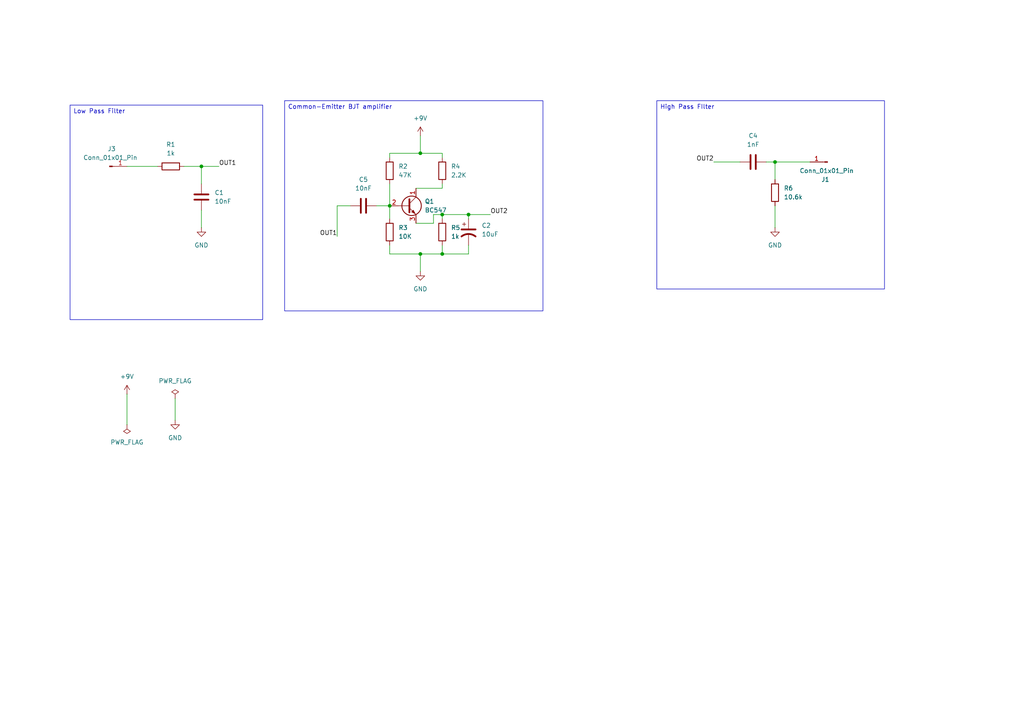
<source format=kicad_sch>
(kicad_sch
	(version 20250114)
	(generator "eeschema")
	(generator_version "9.0")
	(uuid "ca910a64-6f8b-4a22-ab32-b9edacfef47c")
	(paper "A4")
	(title_block
		(title "AM Audio")
		(rev "1")
	)
	(lib_symbols
		(symbol "Connector:Conn_01x01_Pin"
			(pin_names
				(offset 1.016)
				(hide yes)
			)
			(exclude_from_sim no)
			(in_bom yes)
			(on_board yes)
			(property "Reference" "J"
				(at 0 2.54 0)
				(effects
					(font
						(size 1.27 1.27)
					)
				)
			)
			(property "Value" "Conn_01x01_Pin"
				(at 0 -2.54 0)
				(effects
					(font
						(size 1.27 1.27)
					)
				)
			)
			(property "Footprint" ""
				(at 0 0 0)
				(effects
					(font
						(size 1.27 1.27)
					)
					(hide yes)
				)
			)
			(property "Datasheet" "~"
				(at 0 0 0)
				(effects
					(font
						(size 1.27 1.27)
					)
					(hide yes)
				)
			)
			(property "Description" "Generic connector, single row, 01x01, script generated"
				(at 0 0 0)
				(effects
					(font
						(size 1.27 1.27)
					)
					(hide yes)
				)
			)
			(property "ki_locked" ""
				(at 0 0 0)
				(effects
					(font
						(size 1.27 1.27)
					)
				)
			)
			(property "ki_keywords" "connector"
				(at 0 0 0)
				(effects
					(font
						(size 1.27 1.27)
					)
					(hide yes)
				)
			)
			(property "ki_fp_filters" "Connector*:*_1x??_*"
				(at 0 0 0)
				(effects
					(font
						(size 1.27 1.27)
					)
					(hide yes)
				)
			)
			(symbol "Conn_01x01_Pin_1_1"
				(rectangle
					(start 0.8636 0.127)
					(end 0 -0.127)
					(stroke
						(width 0.1524)
						(type default)
					)
					(fill
						(type outline)
					)
				)
				(polyline
					(pts
						(xy 1.27 0) (xy 0.8636 0)
					)
					(stroke
						(width 0.1524)
						(type default)
					)
					(fill
						(type none)
					)
				)
				(pin passive line
					(at 5.08 0 180)
					(length 3.81)
					(name "Pin_1"
						(effects
							(font
								(size 1.27 1.27)
							)
						)
					)
					(number "1"
						(effects
							(font
								(size 1.27 1.27)
							)
						)
					)
				)
			)
			(embedded_fonts no)
		)
		(symbol "Device:C"
			(pin_numbers
				(hide yes)
			)
			(pin_names
				(offset 0.254)
			)
			(exclude_from_sim no)
			(in_bom yes)
			(on_board yes)
			(property "Reference" "C"
				(at 0.635 2.54 0)
				(effects
					(font
						(size 1.27 1.27)
					)
					(justify left)
				)
			)
			(property "Value" "C"
				(at 0.635 -2.54 0)
				(effects
					(font
						(size 1.27 1.27)
					)
					(justify left)
				)
			)
			(property "Footprint" ""
				(at 0.9652 -3.81 0)
				(effects
					(font
						(size 1.27 1.27)
					)
					(hide yes)
				)
			)
			(property "Datasheet" "~"
				(at 0 0 0)
				(effects
					(font
						(size 1.27 1.27)
					)
					(hide yes)
				)
			)
			(property "Description" "Unpolarized capacitor"
				(at 0 0 0)
				(effects
					(font
						(size 1.27 1.27)
					)
					(hide yes)
				)
			)
			(property "ki_keywords" "cap capacitor"
				(at 0 0 0)
				(effects
					(font
						(size 1.27 1.27)
					)
					(hide yes)
				)
			)
			(property "ki_fp_filters" "C_*"
				(at 0 0 0)
				(effects
					(font
						(size 1.27 1.27)
					)
					(hide yes)
				)
			)
			(symbol "C_0_1"
				(polyline
					(pts
						(xy -2.032 0.762) (xy 2.032 0.762)
					)
					(stroke
						(width 0.508)
						(type default)
					)
					(fill
						(type none)
					)
				)
				(polyline
					(pts
						(xy -2.032 -0.762) (xy 2.032 -0.762)
					)
					(stroke
						(width 0.508)
						(type default)
					)
					(fill
						(type none)
					)
				)
			)
			(symbol "C_1_1"
				(pin passive line
					(at 0 3.81 270)
					(length 2.794)
					(name "~"
						(effects
							(font
								(size 1.27 1.27)
							)
						)
					)
					(number "1"
						(effects
							(font
								(size 1.27 1.27)
							)
						)
					)
				)
				(pin passive line
					(at 0 -3.81 90)
					(length 2.794)
					(name "~"
						(effects
							(font
								(size 1.27 1.27)
							)
						)
					)
					(number "2"
						(effects
							(font
								(size 1.27 1.27)
							)
						)
					)
				)
			)
			(embedded_fonts no)
		)
		(symbol "Device:C_Polarized_US"
			(pin_numbers
				(hide yes)
			)
			(pin_names
				(offset 0.254)
				(hide yes)
			)
			(exclude_from_sim no)
			(in_bom yes)
			(on_board yes)
			(property "Reference" "C"
				(at 0.635 2.54 0)
				(effects
					(font
						(size 1.27 1.27)
					)
					(justify left)
				)
			)
			(property "Value" "C_Polarized_US"
				(at 0.635 -2.54 0)
				(effects
					(font
						(size 1.27 1.27)
					)
					(justify left)
				)
			)
			(property "Footprint" ""
				(at 0 0 0)
				(effects
					(font
						(size 1.27 1.27)
					)
					(hide yes)
				)
			)
			(property "Datasheet" "~"
				(at 0 0 0)
				(effects
					(font
						(size 1.27 1.27)
					)
					(hide yes)
				)
			)
			(property "Description" "Polarized capacitor, US symbol"
				(at 0 0 0)
				(effects
					(font
						(size 1.27 1.27)
					)
					(hide yes)
				)
			)
			(property "ki_keywords" "cap capacitor"
				(at 0 0 0)
				(effects
					(font
						(size 1.27 1.27)
					)
					(hide yes)
				)
			)
			(property "ki_fp_filters" "CP_*"
				(at 0 0 0)
				(effects
					(font
						(size 1.27 1.27)
					)
					(hide yes)
				)
			)
			(symbol "C_Polarized_US_0_1"
				(polyline
					(pts
						(xy -2.032 0.762) (xy 2.032 0.762)
					)
					(stroke
						(width 0.508)
						(type default)
					)
					(fill
						(type none)
					)
				)
				(polyline
					(pts
						(xy -1.778 2.286) (xy -0.762 2.286)
					)
					(stroke
						(width 0)
						(type default)
					)
					(fill
						(type none)
					)
				)
				(polyline
					(pts
						(xy -1.27 1.778) (xy -1.27 2.794)
					)
					(stroke
						(width 0)
						(type default)
					)
					(fill
						(type none)
					)
				)
				(arc
					(start -2.032 -1.27)
					(mid 0 -0.5572)
					(end 2.032 -1.27)
					(stroke
						(width 0.508)
						(type default)
					)
					(fill
						(type none)
					)
				)
			)
			(symbol "C_Polarized_US_1_1"
				(pin passive line
					(at 0 3.81 270)
					(length 2.794)
					(name "~"
						(effects
							(font
								(size 1.27 1.27)
							)
						)
					)
					(number "1"
						(effects
							(font
								(size 1.27 1.27)
							)
						)
					)
				)
				(pin passive line
					(at 0 -3.81 90)
					(length 3.302)
					(name "~"
						(effects
							(font
								(size 1.27 1.27)
							)
						)
					)
					(number "2"
						(effects
							(font
								(size 1.27 1.27)
							)
						)
					)
				)
			)
			(embedded_fonts no)
		)
		(symbol "Device:R"
			(pin_numbers
				(hide yes)
			)
			(pin_names
				(offset 0)
			)
			(exclude_from_sim no)
			(in_bom yes)
			(on_board yes)
			(property "Reference" "R"
				(at 2.032 0 90)
				(effects
					(font
						(size 1.27 1.27)
					)
				)
			)
			(property "Value" "R"
				(at 0 0 90)
				(effects
					(font
						(size 1.27 1.27)
					)
				)
			)
			(property "Footprint" ""
				(at -1.778 0 90)
				(effects
					(font
						(size 1.27 1.27)
					)
					(hide yes)
				)
			)
			(property "Datasheet" "~"
				(at 0 0 0)
				(effects
					(font
						(size 1.27 1.27)
					)
					(hide yes)
				)
			)
			(property "Description" "Resistor"
				(at 0 0 0)
				(effects
					(font
						(size 1.27 1.27)
					)
					(hide yes)
				)
			)
			(property "ki_keywords" "R res resistor"
				(at 0 0 0)
				(effects
					(font
						(size 1.27 1.27)
					)
					(hide yes)
				)
			)
			(property "ki_fp_filters" "R_*"
				(at 0 0 0)
				(effects
					(font
						(size 1.27 1.27)
					)
					(hide yes)
				)
			)
			(symbol "R_0_1"
				(rectangle
					(start -1.016 -2.54)
					(end 1.016 2.54)
					(stroke
						(width 0.254)
						(type default)
					)
					(fill
						(type none)
					)
				)
			)
			(symbol "R_1_1"
				(pin passive line
					(at 0 3.81 270)
					(length 1.27)
					(name "~"
						(effects
							(font
								(size 1.27 1.27)
							)
						)
					)
					(number "1"
						(effects
							(font
								(size 1.27 1.27)
							)
						)
					)
				)
				(pin passive line
					(at 0 -3.81 90)
					(length 1.27)
					(name "~"
						(effects
							(font
								(size 1.27 1.27)
							)
						)
					)
					(number "2"
						(effects
							(font
								(size 1.27 1.27)
							)
						)
					)
				)
			)
			(embedded_fonts no)
		)
		(symbol "Transistor_BJT:BC547"
			(pin_names
				(offset 0)
				(hide yes)
			)
			(exclude_from_sim no)
			(in_bom yes)
			(on_board yes)
			(property "Reference" "Q"
				(at 5.08 1.905 0)
				(effects
					(font
						(size 1.27 1.27)
					)
					(justify left)
				)
			)
			(property "Value" "BC547"
				(at 5.08 0 0)
				(effects
					(font
						(size 1.27 1.27)
					)
					(justify left)
				)
			)
			(property "Footprint" "Package_TO_SOT_THT:TO-92_Inline"
				(at 5.08 -1.905 0)
				(effects
					(font
						(size 1.27 1.27)
						(italic yes)
					)
					(justify left)
					(hide yes)
				)
			)
			(property "Datasheet" "https://www.onsemi.com/pub/Collateral/BC550-D.pdf"
				(at 0 0 0)
				(effects
					(font
						(size 1.27 1.27)
					)
					(justify left)
					(hide yes)
				)
			)
			(property "Description" "0.1A Ic, 45V Vce, Small Signal NPN Transistor, TO-92"
				(at 0 0 0)
				(effects
					(font
						(size 1.27 1.27)
					)
					(hide yes)
				)
			)
			(property "ki_keywords" "NPN Transistor"
				(at 0 0 0)
				(effects
					(font
						(size 1.27 1.27)
					)
					(hide yes)
				)
			)
			(property "ki_fp_filters" "TO?92*"
				(at 0 0 0)
				(effects
					(font
						(size 1.27 1.27)
					)
					(hide yes)
				)
			)
			(symbol "BC547_0_1"
				(polyline
					(pts
						(xy -2.54 0) (xy 0.635 0)
					)
					(stroke
						(width 0)
						(type default)
					)
					(fill
						(type none)
					)
				)
				(polyline
					(pts
						(xy 0.635 1.905) (xy 0.635 -1.905)
					)
					(stroke
						(width 0.508)
						(type default)
					)
					(fill
						(type none)
					)
				)
				(circle
					(center 1.27 0)
					(radius 2.8194)
					(stroke
						(width 0.254)
						(type default)
					)
					(fill
						(type none)
					)
				)
			)
			(symbol "BC547_1_1"
				(polyline
					(pts
						(xy 0.635 0.635) (xy 2.54 2.54)
					)
					(stroke
						(width 0)
						(type default)
					)
					(fill
						(type none)
					)
				)
				(polyline
					(pts
						(xy 0.635 -0.635) (xy 2.54 -2.54)
					)
					(stroke
						(width 0)
						(type default)
					)
					(fill
						(type none)
					)
				)
				(polyline
					(pts
						(xy 1.27 -1.778) (xy 1.778 -1.27) (xy 2.286 -2.286) (xy 1.27 -1.778)
					)
					(stroke
						(width 0)
						(type default)
					)
					(fill
						(type outline)
					)
				)
				(pin input line
					(at -5.08 0 0)
					(length 2.54)
					(name "B"
						(effects
							(font
								(size 1.27 1.27)
							)
						)
					)
					(number "2"
						(effects
							(font
								(size 1.27 1.27)
							)
						)
					)
				)
				(pin passive line
					(at 2.54 5.08 270)
					(length 2.54)
					(name "C"
						(effects
							(font
								(size 1.27 1.27)
							)
						)
					)
					(number "1"
						(effects
							(font
								(size 1.27 1.27)
							)
						)
					)
				)
				(pin passive line
					(at 2.54 -5.08 90)
					(length 2.54)
					(name "E"
						(effects
							(font
								(size 1.27 1.27)
							)
						)
					)
					(number "3"
						(effects
							(font
								(size 1.27 1.27)
							)
						)
					)
				)
			)
			(embedded_fonts no)
		)
		(symbol "power:+9V"
			(power)
			(pin_numbers
				(hide yes)
			)
			(pin_names
				(offset 0)
				(hide yes)
			)
			(exclude_from_sim no)
			(in_bom yes)
			(on_board yes)
			(property "Reference" "#PWR"
				(at 0 -3.81 0)
				(effects
					(font
						(size 1.27 1.27)
					)
					(hide yes)
				)
			)
			(property "Value" "+9V"
				(at 0 3.556 0)
				(effects
					(font
						(size 1.27 1.27)
					)
				)
			)
			(property "Footprint" ""
				(at 0 0 0)
				(effects
					(font
						(size 1.27 1.27)
					)
					(hide yes)
				)
			)
			(property "Datasheet" ""
				(at 0 0 0)
				(effects
					(font
						(size 1.27 1.27)
					)
					(hide yes)
				)
			)
			(property "Description" "Power symbol creates a global label with name \"+9V\""
				(at 0 0 0)
				(effects
					(font
						(size 1.27 1.27)
					)
					(hide yes)
				)
			)
			(property "ki_keywords" "global power"
				(at 0 0 0)
				(effects
					(font
						(size 1.27 1.27)
					)
					(hide yes)
				)
			)
			(symbol "+9V_0_1"
				(polyline
					(pts
						(xy -0.762 1.27) (xy 0 2.54)
					)
					(stroke
						(width 0)
						(type default)
					)
					(fill
						(type none)
					)
				)
				(polyline
					(pts
						(xy 0 2.54) (xy 0.762 1.27)
					)
					(stroke
						(width 0)
						(type default)
					)
					(fill
						(type none)
					)
				)
				(polyline
					(pts
						(xy 0 0) (xy 0 2.54)
					)
					(stroke
						(width 0)
						(type default)
					)
					(fill
						(type none)
					)
				)
			)
			(symbol "+9V_1_1"
				(pin power_in line
					(at 0 0 90)
					(length 0)
					(name "~"
						(effects
							(font
								(size 1.27 1.27)
							)
						)
					)
					(number "1"
						(effects
							(font
								(size 1.27 1.27)
							)
						)
					)
				)
			)
			(embedded_fonts no)
		)
		(symbol "power:GND"
			(power)
			(pin_numbers
				(hide yes)
			)
			(pin_names
				(offset 0)
				(hide yes)
			)
			(exclude_from_sim no)
			(in_bom yes)
			(on_board yes)
			(property "Reference" "#PWR"
				(at 0 -6.35 0)
				(effects
					(font
						(size 1.27 1.27)
					)
					(hide yes)
				)
			)
			(property "Value" "GND"
				(at 0 -3.81 0)
				(effects
					(font
						(size 1.27 1.27)
					)
				)
			)
			(property "Footprint" ""
				(at 0 0 0)
				(effects
					(font
						(size 1.27 1.27)
					)
					(hide yes)
				)
			)
			(property "Datasheet" ""
				(at 0 0 0)
				(effects
					(font
						(size 1.27 1.27)
					)
					(hide yes)
				)
			)
			(property "Description" "Power symbol creates a global label with name \"GND\" , ground"
				(at 0 0 0)
				(effects
					(font
						(size 1.27 1.27)
					)
					(hide yes)
				)
			)
			(property "ki_keywords" "global power"
				(at 0 0 0)
				(effects
					(font
						(size 1.27 1.27)
					)
					(hide yes)
				)
			)
			(symbol "GND_0_1"
				(polyline
					(pts
						(xy 0 0) (xy 0 -1.27) (xy 1.27 -1.27) (xy 0 -2.54) (xy -1.27 -1.27) (xy 0 -1.27)
					)
					(stroke
						(width 0)
						(type default)
					)
					(fill
						(type none)
					)
				)
			)
			(symbol "GND_1_1"
				(pin power_in line
					(at 0 0 270)
					(length 0)
					(name "~"
						(effects
							(font
								(size 1.27 1.27)
							)
						)
					)
					(number "1"
						(effects
							(font
								(size 1.27 1.27)
							)
						)
					)
				)
			)
			(embedded_fonts no)
		)
		(symbol "power:PWR_FLAG"
			(power)
			(pin_numbers
				(hide yes)
			)
			(pin_names
				(offset 0)
				(hide yes)
			)
			(exclude_from_sim no)
			(in_bom yes)
			(on_board yes)
			(property "Reference" "#FLG"
				(at 0 1.905 0)
				(effects
					(font
						(size 1.27 1.27)
					)
					(hide yes)
				)
			)
			(property "Value" "PWR_FLAG"
				(at 0 3.81 0)
				(effects
					(font
						(size 1.27 1.27)
					)
				)
			)
			(property "Footprint" ""
				(at 0 0 0)
				(effects
					(font
						(size 1.27 1.27)
					)
					(hide yes)
				)
			)
			(property "Datasheet" "~"
				(at 0 0 0)
				(effects
					(font
						(size 1.27 1.27)
					)
					(hide yes)
				)
			)
			(property "Description" "Special symbol for telling ERC where power comes from"
				(at 0 0 0)
				(effects
					(font
						(size 1.27 1.27)
					)
					(hide yes)
				)
			)
			(property "ki_keywords" "flag power"
				(at 0 0 0)
				(effects
					(font
						(size 1.27 1.27)
					)
					(hide yes)
				)
			)
			(symbol "PWR_FLAG_0_0"
				(pin power_out line
					(at 0 0 90)
					(length 0)
					(name "~"
						(effects
							(font
								(size 1.27 1.27)
							)
						)
					)
					(number "1"
						(effects
							(font
								(size 1.27 1.27)
							)
						)
					)
				)
			)
			(symbol "PWR_FLAG_0_1"
				(polyline
					(pts
						(xy 0 0) (xy 0 1.27) (xy -1.016 1.905) (xy 0 2.54) (xy 1.016 1.905) (xy 0 1.27)
					)
					(stroke
						(width 0)
						(type default)
					)
					(fill
						(type none)
					)
				)
			)
			(embedded_fonts no)
		)
	)
	(text_box "Low Pass Filter"
		(exclude_from_sim no)
		(at 20.32 30.48 0)
		(size 55.88 62.23)
		(margins 0.9525 0.9525 0.9525 0.9525)
		(stroke
			(width 0)
			(type solid)
		)
		(fill
			(type none)
		)
		(effects
			(font
				(size 1.27 1.27)
			)
			(justify left top)
		)
		(uuid "11770d63-90f2-480f-ab02-30be56fbf666")
	)
	(text_box "Common-Emitter BJT amplifier"
		(exclude_from_sim no)
		(at 82.55 29.21 0)
		(size 74.93 60.96)
		(margins 0.9525 0.9525 0.9525 0.9525)
		(stroke
			(width 0)
			(type solid)
		)
		(fill
			(type none)
		)
		(effects
			(font
				(size 1.27 1.27)
			)
			(justify left top)
		)
		(uuid "5ed4402d-b8ab-4cfd-a7b1-fd8e790abdcd")
	)
	(text_box "High Pass FIlter\n"
		(exclude_from_sim no)
		(at 190.5 29.21 0)
		(size 66.04 54.61)
		(margins 0.9525 0.9525 0.9525 0.9525)
		(stroke
			(width 0)
			(type solid)
		)
		(fill
			(type none)
		)
		(effects
			(font
				(size 1.27 1.27)
			)
			(justify left top)
		)
		(uuid "a84e95ca-1947-4ee2-8a81-1757c8e41d16")
	)
	(junction
		(at 121.92 44.45)
		(diameter 0)
		(color 0 0 0 0)
		(uuid "1a778b1a-c76a-4145-805d-b282d0cd9e7a")
	)
	(junction
		(at 58.42 48.26)
		(diameter 0)
		(color 0 0 0 0)
		(uuid "249947e0-a693-46ec-9814-be5f48810ead")
	)
	(junction
		(at 113.03 59.69)
		(diameter 0)
		(color 0 0 0 0)
		(uuid "36341f12-edcb-4fe1-b238-978197789f45")
	)
	(junction
		(at 121.92 73.66)
		(diameter 0)
		(color 0 0 0 0)
		(uuid "53824f8a-67ed-4655-80fc-b106d2c8be5a")
	)
	(junction
		(at 128.27 73.66)
		(diameter 0)
		(color 0 0 0 0)
		(uuid "8cbce19d-f72b-4753-913f-2abe591748be")
	)
	(junction
		(at 224.79 46.99)
		(diameter 0)
		(color 0 0 0 0)
		(uuid "9b408648-2333-40b6-b29a-f58ae8443bdf")
	)
	(junction
		(at 128.27 62.23)
		(diameter 0)
		(color 0 0 0 0)
		(uuid "acb5058b-5bc7-4075-a574-04bb0a42b577")
	)
	(junction
		(at 135.89 62.23)
		(diameter 0)
		(color 0 0 0 0)
		(uuid "b122bf53-4706-4a93-8dd1-3093b3fd365e")
	)
	(wire
		(pts
			(xy 135.89 71.12) (xy 135.89 73.66)
		)
		(stroke
			(width 0)
			(type default)
		)
		(uuid "006ced53-d148-400f-af95-e43f8f1d55e2")
	)
	(wire
		(pts
			(xy 128.27 73.66) (xy 135.89 73.66)
		)
		(stroke
			(width 0)
			(type default)
		)
		(uuid "09c166f6-e327-4fdc-9769-012f30c71aae")
	)
	(wire
		(pts
			(xy 125.73 64.77) (xy 125.73 62.23)
		)
		(stroke
			(width 0)
			(type default)
		)
		(uuid "0b1124c4-fc88-4dd3-bc08-77dfdb6c1874")
	)
	(wire
		(pts
			(xy 121.92 44.45) (xy 128.27 44.45)
		)
		(stroke
			(width 0)
			(type default)
		)
		(uuid "0c8503bc-a1df-4034-b91e-c6247d16bc6d")
	)
	(wire
		(pts
			(xy 128.27 71.12) (xy 128.27 73.66)
		)
		(stroke
			(width 0)
			(type default)
		)
		(uuid "10fd641a-7987-42a9-8291-45f7a6573592")
	)
	(wire
		(pts
			(xy 224.79 46.99) (xy 224.79 52.07)
		)
		(stroke
			(width 0)
			(type default)
		)
		(uuid "16e8b598-4fda-4cbd-b4d0-5a9e722e74ea")
	)
	(wire
		(pts
			(xy 135.89 63.5) (xy 135.89 62.23)
		)
		(stroke
			(width 0)
			(type default)
		)
		(uuid "2408c348-1112-4bfb-bb75-f0184626ecf6")
	)
	(wire
		(pts
			(xy 121.92 39.37) (xy 121.92 44.45)
		)
		(stroke
			(width 0)
			(type default)
		)
		(uuid "28493fba-c29c-403f-85ed-1faa2cda77a8")
	)
	(wire
		(pts
			(xy 113.03 44.45) (xy 121.92 44.45)
		)
		(stroke
			(width 0)
			(type default)
		)
		(uuid "36dceb57-f23a-4fe6-a442-a23b40937cf9")
	)
	(wire
		(pts
			(xy 121.92 73.66) (xy 121.92 78.74)
		)
		(stroke
			(width 0)
			(type default)
		)
		(uuid "3aa5d116-324c-404e-8d8a-521696c878be")
	)
	(wire
		(pts
			(xy 120.65 54.61) (xy 128.27 54.61)
		)
		(stroke
			(width 0)
			(type default)
		)
		(uuid "3f550110-6ae2-463d-bb8a-df0e1ddf293e")
	)
	(wire
		(pts
			(xy 53.34 48.26) (xy 58.42 48.26)
		)
		(stroke
			(width 0)
			(type default)
		)
		(uuid "506c9412-d3ef-4379-9651-11b2bd9887fb")
	)
	(wire
		(pts
			(xy 97.79 59.69) (xy 97.79 68.58)
		)
		(stroke
			(width 0)
			(type default)
		)
		(uuid "5a544295-4b3a-412d-ba4d-e457996e6ef7")
	)
	(wire
		(pts
			(xy 58.42 48.26) (xy 58.42 53.34)
		)
		(stroke
			(width 0)
			(type default)
		)
		(uuid "64c0076d-28fb-4764-9956-a8e61d8fbae0")
	)
	(wire
		(pts
			(xy 128.27 62.23) (xy 135.89 62.23)
		)
		(stroke
			(width 0)
			(type default)
		)
		(uuid "684f146d-1edb-4043-ba09-43547ee5f79e")
	)
	(wire
		(pts
			(xy 222.25 46.99) (xy 224.79 46.99)
		)
		(stroke
			(width 0)
			(type default)
		)
		(uuid "74974924-8437-4c0c-b3c0-82d1c843ec2f")
	)
	(wire
		(pts
			(xy 224.79 46.99) (xy 234.95 46.99)
		)
		(stroke
			(width 0)
			(type default)
		)
		(uuid "76aed376-e796-4cd1-89ba-889c974f7a2c")
	)
	(wire
		(pts
			(xy 120.65 64.77) (xy 125.73 64.77)
		)
		(stroke
			(width 0)
			(type default)
		)
		(uuid "7a63a21c-f3b7-4d34-8860-3caf5ba3dce7")
	)
	(wire
		(pts
			(xy 224.79 59.69) (xy 224.79 66.04)
		)
		(stroke
			(width 0)
			(type default)
		)
		(uuid "7d103fd3-c778-414a-b05c-18721f9006aa")
	)
	(wire
		(pts
			(xy 128.27 53.34) (xy 128.27 54.61)
		)
		(stroke
			(width 0)
			(type default)
		)
		(uuid "8474ee38-3d51-4285-8432-12886429684b")
	)
	(wire
		(pts
			(xy 113.03 59.69) (xy 113.03 63.5)
		)
		(stroke
			(width 0)
			(type default)
		)
		(uuid "886b385d-ea33-4ddb-9276-31b96f92a75c")
	)
	(wire
		(pts
			(xy 58.42 48.26) (xy 63.5 48.26)
		)
		(stroke
			(width 0)
			(type default)
		)
		(uuid "8d3b1f60-eb55-4d29-b037-8251646cb838")
	)
	(wire
		(pts
			(xy 128.27 62.23) (xy 128.27 63.5)
		)
		(stroke
			(width 0)
			(type default)
		)
		(uuid "8f864017-423a-42b7-9ad5-7a6a62e59d65")
	)
	(wire
		(pts
			(xy 113.03 53.34) (xy 113.03 59.69)
		)
		(stroke
			(width 0)
			(type default)
		)
		(uuid "938020a4-b155-413d-8485-75e1c0405930")
	)
	(wire
		(pts
			(xy 207.01 46.99) (xy 214.63 46.99)
		)
		(stroke
			(width 0)
			(type default)
		)
		(uuid "9bb6889c-548e-4be2-b545-a8975cdeecfa")
	)
	(wire
		(pts
			(xy 128.27 44.45) (xy 128.27 45.72)
		)
		(stroke
			(width 0)
			(type default)
		)
		(uuid "a2f1ca07-ea70-4d6f-94a4-a1dbe72d37d8")
	)
	(wire
		(pts
			(xy 135.89 62.23) (xy 142.24 62.23)
		)
		(stroke
			(width 0)
			(type default)
		)
		(uuid "b413d6d5-2dc7-4245-820e-0983b4eb43a2")
	)
	(wire
		(pts
			(xy 58.42 60.96) (xy 58.42 66.04)
		)
		(stroke
			(width 0)
			(type default)
		)
		(uuid "b41a3e7e-d98d-4ea1-ad9c-fdcd1724ce2c")
	)
	(wire
		(pts
			(xy 113.03 73.66) (xy 121.92 73.66)
		)
		(stroke
			(width 0)
			(type default)
		)
		(uuid "b5fac77c-4e9c-4616-ad78-4f6882cf00e5")
	)
	(wire
		(pts
			(xy 109.22 59.69) (xy 113.03 59.69)
		)
		(stroke
			(width 0)
			(type default)
		)
		(uuid "d447d9a9-0e9c-43b3-9638-ba92d1febf1a")
	)
	(wire
		(pts
			(xy 36.83 114.3) (xy 36.83 123.19)
		)
		(stroke
			(width 0)
			(type default)
		)
		(uuid "d8badcd8-da4e-402f-a433-6f38ec828ab7")
	)
	(wire
		(pts
			(xy 97.79 59.69) (xy 101.6 59.69)
		)
		(stroke
			(width 0)
			(type default)
		)
		(uuid "d9cadcb6-8c0d-48a8-909d-be0243d52fff")
	)
	(wire
		(pts
			(xy 113.03 45.72) (xy 113.03 44.45)
		)
		(stroke
			(width 0)
			(type default)
		)
		(uuid "e10d2e6a-6c51-4ffa-858f-c52acce20f21")
	)
	(wire
		(pts
			(xy 113.03 71.12) (xy 113.03 73.66)
		)
		(stroke
			(width 0)
			(type default)
		)
		(uuid "e781ab01-04b9-4295-afca-e3c62b896de9")
	)
	(wire
		(pts
			(xy 36.83 48.26) (xy 45.72 48.26)
		)
		(stroke
			(width 0)
			(type default)
		)
		(uuid "ea3b2f3b-857b-4cfa-b004-ecae24cca0e3")
	)
	(wire
		(pts
			(xy 50.8 115.57) (xy 50.8 121.92)
		)
		(stroke
			(width 0)
			(type default)
		)
		(uuid "ef2095bb-aeb4-4a13-bb3a-1c6d3304b66b")
	)
	(wire
		(pts
			(xy 121.92 73.66) (xy 128.27 73.66)
		)
		(stroke
			(width 0)
			(type default)
		)
		(uuid "f318c49b-03c4-4092-89d1-bb44e0fdcddd")
	)
	(wire
		(pts
			(xy 125.73 62.23) (xy 128.27 62.23)
		)
		(stroke
			(width 0)
			(type default)
		)
		(uuid "f92f71d6-e5ec-4b17-9490-67e9a58e5637")
	)
	(label "OUT1"
		(at 97.79 68.58 180)
		(effects
			(font
				(size 1.27 1.27)
			)
			(justify right bottom)
		)
		(uuid "0a396618-8238-4467-837a-89c9cd0450fd")
	)
	(label "OUT2"
		(at 207.01 46.99 180)
		(effects
			(font
				(size 1.27 1.27)
			)
			(justify right bottom)
		)
		(uuid "0aa1ffba-2b41-4c76-86b4-f0e52ee8a9f1")
	)
	(label "OUT2"
		(at 142.24 62.23 0)
		(effects
			(font
				(size 1.27 1.27)
			)
			(justify left bottom)
		)
		(uuid "7c5c8701-0ab5-4d3e-a94e-4e3fa5afde56")
	)
	(label "OUT1"
		(at 63.5 48.26 0)
		(effects
			(font
				(size 1.27 1.27)
			)
			(justify left bottom)
		)
		(uuid "d7fa547a-e330-405c-8255-8a6b6a8f872e")
	)
	(symbol
		(lib_id "Connector:Conn_01x01_Pin")
		(at 31.75 48.26 0)
		(unit 1)
		(exclude_from_sim no)
		(in_bom yes)
		(on_board yes)
		(dnp no)
		(uuid "0ca31e02-f9fa-4b97-85c9-368eefafda85")
		(property "Reference" "J3"
			(at 32.385 43.18 0)
			(effects
				(font
					(size 1.27 1.27)
				)
			)
		)
		(property "Value" "Conn_01x01_Pin"
			(at 32.004 45.72 0)
			(effects
				(font
					(size 1.27 1.27)
				)
			)
		)
		(property "Footprint" "Connector_PinSocket_2.54mm:PinSocket_1x01_P2.54mm_Vertical"
			(at 31.75 48.26 0)
			(effects
				(font
					(size 1.27 1.27)
				)
				(hide yes)
			)
		)
		(property "Datasheet" "~"
			(at 31.75 48.26 0)
			(effects
				(font
					(size 1.27 1.27)
				)
				(hide yes)
			)
		)
		(property "Description" "Generic connector, single row, 01x01, script generated"
			(at 31.75 48.26 0)
			(effects
				(font
					(size 1.27 1.27)
				)
				(hide yes)
			)
		)
		(pin "1"
			(uuid "708125ed-694e-4381-aff3-5f500cf2cc94")
		)
		(instances
			(project ""
				(path "/ca910a64-6f8b-4a22-ab32-b9edacfef47c"
					(reference "J3")
					(unit 1)
				)
			)
		)
	)
	(symbol
		(lib_id "power:GND")
		(at 121.92 78.74 0)
		(unit 1)
		(exclude_from_sim no)
		(in_bom yes)
		(on_board yes)
		(dnp no)
		(fields_autoplaced yes)
		(uuid "1e049912-0c26-4d69-9330-2424b114bc3d")
		(property "Reference" "#PWR03"
			(at 121.92 85.09 0)
			(effects
				(font
					(size 1.27 1.27)
				)
				(hide yes)
			)
		)
		(property "Value" "GND"
			(at 121.92 83.82 0)
			(effects
				(font
					(size 1.27 1.27)
				)
			)
		)
		(property "Footprint" ""
			(at 121.92 78.74 0)
			(effects
				(font
					(size 1.27 1.27)
				)
				(hide yes)
			)
		)
		(property "Datasheet" ""
			(at 121.92 78.74 0)
			(effects
				(font
					(size 1.27 1.27)
				)
				(hide yes)
			)
		)
		(property "Description" "Power symbol creates a global label with name \"GND\" , ground"
			(at 121.92 78.74 0)
			(effects
				(font
					(size 1.27 1.27)
				)
				(hide yes)
			)
		)
		(pin "1"
			(uuid "eaa01d28-80ea-4ffa-8475-46dcd5f2ec5a")
		)
		(instances
			(project "AMAudio"
				(path "/ca910a64-6f8b-4a22-ab32-b9edacfef47c"
					(reference "#PWR03")
					(unit 1)
				)
			)
		)
	)
	(symbol
		(lib_id "power:GND")
		(at 50.8 121.92 0)
		(unit 1)
		(exclude_from_sim no)
		(in_bom yes)
		(on_board yes)
		(dnp no)
		(fields_autoplaced yes)
		(uuid "2878eb5f-89ab-48c1-9e0c-1c6711a02a61")
		(property "Reference" "#PWR06"
			(at 50.8 128.27 0)
			(effects
				(font
					(size 1.27 1.27)
				)
				(hide yes)
			)
		)
		(property "Value" "GND"
			(at 50.8 127 0)
			(effects
				(font
					(size 1.27 1.27)
				)
			)
		)
		(property "Footprint" ""
			(at 50.8 121.92 0)
			(effects
				(font
					(size 1.27 1.27)
				)
				(hide yes)
			)
		)
		(property "Datasheet" ""
			(at 50.8 121.92 0)
			(effects
				(font
					(size 1.27 1.27)
				)
				(hide yes)
			)
		)
		(property "Description" "Power symbol creates a global label with name \"GND\" , ground"
			(at 50.8 121.92 0)
			(effects
				(font
					(size 1.27 1.27)
				)
				(hide yes)
			)
		)
		(pin "1"
			(uuid "3cf29b24-00c0-467c-94e2-06152788ca28")
		)
		(instances
			(project ""
				(path "/ca910a64-6f8b-4a22-ab32-b9edacfef47c"
					(reference "#PWR06")
					(unit 1)
				)
			)
		)
	)
	(symbol
		(lib_id "Device:R")
		(at 224.79 55.88 180)
		(unit 1)
		(exclude_from_sim no)
		(in_bom yes)
		(on_board yes)
		(dnp no)
		(fields_autoplaced yes)
		(uuid "31fcea8d-6758-4609-afe8-840c973a1e4a")
		(property "Reference" "R6"
			(at 227.33 54.6099 0)
			(effects
				(font
					(size 1.27 1.27)
				)
				(justify right)
			)
		)
		(property "Value" "10.6k"
			(at 227.33 57.1499 0)
			(effects
				(font
					(size 1.27 1.27)
				)
				(justify right)
			)
		)
		(property "Footprint" "Resistor_SMD:R_0805_2012Metric_Pad1.20x1.40mm_HandSolder"
			(at 226.568 55.88 90)
			(effects
				(font
					(size 1.27 1.27)
				)
				(hide yes)
			)
		)
		(property "Datasheet" "~"
			(at 224.79 55.88 0)
			(effects
				(font
					(size 1.27 1.27)
				)
				(hide yes)
			)
		)
		(property "Description" "Resistor"
			(at 224.79 55.88 0)
			(effects
				(font
					(size 1.27 1.27)
				)
				(hide yes)
			)
		)
		(pin "1"
			(uuid "329bcb79-3630-46e1-be59-67ba86fe99e4")
		)
		(pin "2"
			(uuid "0ba2fc1c-c239-441f-90c6-e74f6debe1a1")
		)
		(instances
			(project "AMAudio"
				(path "/ca910a64-6f8b-4a22-ab32-b9edacfef47c"
					(reference "R6")
					(unit 1)
				)
			)
		)
	)
	(symbol
		(lib_id "Transistor_BJT:BC547")
		(at 118.11 59.69 0)
		(unit 1)
		(exclude_from_sim no)
		(in_bom yes)
		(on_board yes)
		(dnp no)
		(fields_autoplaced yes)
		(uuid "32bb9969-0cd1-4de0-b3a2-c4b4782f1b6c")
		(property "Reference" "Q1"
			(at 123.19 58.4199 0)
			(effects
				(font
					(size 1.27 1.27)
				)
				(justify left)
			)
		)
		(property "Value" "BC547"
			(at 123.19 60.9599 0)
			(effects
				(font
					(size 1.27 1.27)
				)
				(justify left)
			)
		)
		(property "Footprint" "Package_TO_SOT_THT:TO-92_Inline"
			(at 123.19 61.595 0)
			(effects
				(font
					(size 1.27 1.27)
					(italic yes)
				)
				(justify left)
				(hide yes)
			)
		)
		(property "Datasheet" "https://www.onsemi.com/pub/Collateral/BC550-D.pdf"
			(at 118.11 59.69 0)
			(effects
				(font
					(size 1.27 1.27)
				)
				(justify left)
				(hide yes)
			)
		)
		(property "Description" "0.1A Ic, 45V Vce, Small Signal NPN Transistor, TO-92"
			(at 118.11 59.69 0)
			(effects
				(font
					(size 1.27 1.27)
				)
				(hide yes)
			)
		)
		(pin "2"
			(uuid "1d7b2cc4-b186-41f1-89ae-3131b5ab6362")
		)
		(pin "1"
			(uuid "53f3d3e6-cdd1-4afa-987f-6096f38bfe25")
		)
		(pin "3"
			(uuid "1c2d7988-b4c9-44f8-baf4-894e832739ae")
		)
		(instances
			(project ""
				(path "/ca910a64-6f8b-4a22-ab32-b9edacfef47c"
					(reference "Q1")
					(unit 1)
				)
			)
		)
	)
	(symbol
		(lib_id "Device:R")
		(at 113.03 67.31 180)
		(unit 1)
		(exclude_from_sim no)
		(in_bom yes)
		(on_board yes)
		(dnp no)
		(fields_autoplaced yes)
		(uuid "393c845e-a7be-4643-b38d-bd17c275923d")
		(property "Reference" "R3"
			(at 115.57 66.0399 0)
			(effects
				(font
					(size 1.27 1.27)
				)
				(justify right)
			)
		)
		(property "Value" "10K"
			(at 115.57 68.5799 0)
			(effects
				(font
					(size 1.27 1.27)
				)
				(justify right)
			)
		)
		(property "Footprint" "Resistor_SMD:R_0805_2012Metric_Pad1.20x1.40mm_HandSolder"
			(at 114.808 67.31 90)
			(effects
				(font
					(size 1.27 1.27)
				)
				(hide yes)
			)
		)
		(property "Datasheet" "~"
			(at 113.03 67.31 0)
			(effects
				(font
					(size 1.27 1.27)
				)
				(hide yes)
			)
		)
		(property "Description" "Resistor"
			(at 113.03 67.31 0)
			(effects
				(font
					(size 1.27 1.27)
				)
				(hide yes)
			)
		)
		(pin "1"
			(uuid "195d81c5-600b-4dde-9dd1-6837fb932b7d")
		)
		(pin "2"
			(uuid "df97e320-6d0f-4119-a385-e6ddcfbc2d3b")
		)
		(instances
			(project "AMAudio"
				(path "/ca910a64-6f8b-4a22-ab32-b9edacfef47c"
					(reference "R3")
					(unit 1)
				)
			)
		)
	)
	(symbol
		(lib_id "power:+9V")
		(at 36.83 114.3 0)
		(unit 1)
		(exclude_from_sim no)
		(in_bom yes)
		(on_board yes)
		(dnp no)
		(fields_autoplaced yes)
		(uuid "43c80e73-e3d5-4d40-bd7b-695032149a9e")
		(property "Reference" "#PWR05"
			(at 36.83 118.11 0)
			(effects
				(font
					(size 1.27 1.27)
				)
				(hide yes)
			)
		)
		(property "Value" "+9V"
			(at 36.83 109.22 0)
			(effects
				(font
					(size 1.27 1.27)
				)
			)
		)
		(property "Footprint" ""
			(at 36.83 114.3 0)
			(effects
				(font
					(size 1.27 1.27)
				)
				(hide yes)
			)
		)
		(property "Datasheet" ""
			(at 36.83 114.3 0)
			(effects
				(font
					(size 1.27 1.27)
				)
				(hide yes)
			)
		)
		(property "Description" "Power symbol creates a global label with name \"+9V\""
			(at 36.83 114.3 0)
			(effects
				(font
					(size 1.27 1.27)
				)
				(hide yes)
			)
		)
		(pin "1"
			(uuid "f59495ef-d49a-48b4-8767-8d012bbaefdf")
		)
		(instances
			(project ""
				(path "/ca910a64-6f8b-4a22-ab32-b9edacfef47c"
					(reference "#PWR05")
					(unit 1)
				)
			)
		)
	)
	(symbol
		(lib_id "Device:C_Polarized_US")
		(at 135.89 67.31 0)
		(unit 1)
		(exclude_from_sim no)
		(in_bom yes)
		(on_board yes)
		(dnp no)
		(fields_autoplaced yes)
		(uuid "4879e1c4-ccb8-4f6b-a3df-2378892f1522")
		(property "Reference" "C2"
			(at 139.7 65.4049 0)
			(effects
				(font
					(size 1.27 1.27)
				)
				(justify left)
			)
		)
		(property "Value" "10uF"
			(at 139.7 67.9449 0)
			(effects
				(font
					(size 1.27 1.27)
				)
				(justify left)
			)
		)
		(property "Footprint" "Capacitor_SMD:CP_Elec_4x5.4"
			(at 135.89 67.31 0)
			(effects
				(font
					(size 1.27 1.27)
				)
				(hide yes)
			)
		)
		(property "Datasheet" "~"
			(at 135.89 67.31 0)
			(effects
				(font
					(size 1.27 1.27)
				)
				(hide yes)
			)
		)
		(property "Description" "Polarized capacitor, US symbol"
			(at 135.89 67.31 0)
			(effects
				(font
					(size 1.27 1.27)
				)
				(hide yes)
			)
		)
		(pin "2"
			(uuid "8e3bd70b-c436-4b26-8004-a6ed298f143e")
		)
		(pin "1"
			(uuid "63f2d84d-29a8-4950-8657-c516ee95c5c8")
		)
		(instances
			(project ""
				(path "/ca910a64-6f8b-4a22-ab32-b9edacfef47c"
					(reference "C2")
					(unit 1)
				)
			)
		)
	)
	(symbol
		(lib_id "power:PWR_FLAG")
		(at 50.8 115.57 0)
		(unit 1)
		(exclude_from_sim no)
		(in_bom yes)
		(on_board yes)
		(dnp no)
		(fields_autoplaced yes)
		(uuid "5a64cec6-021f-4b8c-9079-05eaaa1b1737")
		(property "Reference" "#FLG01"
			(at 50.8 113.665 0)
			(effects
				(font
					(size 1.27 1.27)
				)
				(hide yes)
			)
		)
		(property "Value" "PWR_FLAG"
			(at 50.8 110.49 0)
			(effects
				(font
					(size 1.27 1.27)
				)
			)
		)
		(property "Footprint" ""
			(at 50.8 115.57 0)
			(effects
				(font
					(size 1.27 1.27)
				)
				(hide yes)
			)
		)
		(property "Datasheet" "~"
			(at 50.8 115.57 0)
			(effects
				(font
					(size 1.27 1.27)
				)
				(hide yes)
			)
		)
		(property "Description" "Special symbol for telling ERC where power comes from"
			(at 50.8 115.57 0)
			(effects
				(font
					(size 1.27 1.27)
				)
				(hide yes)
			)
		)
		(pin "1"
			(uuid "0d18f451-74b4-42e6-b645-ece20de4b544")
		)
		(instances
			(project ""
				(path "/ca910a64-6f8b-4a22-ab32-b9edacfef47c"
					(reference "#FLG01")
					(unit 1)
				)
			)
		)
	)
	(symbol
		(lib_id "Connector:Conn_01x01_Pin")
		(at 240.03 46.99 180)
		(unit 1)
		(exclude_from_sim no)
		(in_bom yes)
		(on_board yes)
		(dnp no)
		(uuid "5d1ddf6d-e0f3-4516-bb80-5f4008c31887")
		(property "Reference" "J1"
			(at 239.395 52.07 0)
			(effects
				(font
					(size 1.27 1.27)
				)
			)
		)
		(property "Value" "Conn_01x01_Pin"
			(at 239.776 49.53 0)
			(effects
				(font
					(size 1.27 1.27)
				)
			)
		)
		(property "Footprint" "Connector_PinSocket_2.54mm:PinSocket_1x01_P2.54mm_Vertical"
			(at 240.03 46.99 0)
			(effects
				(font
					(size 1.27 1.27)
				)
				(hide yes)
			)
		)
		(property "Datasheet" "~"
			(at 240.03 46.99 0)
			(effects
				(font
					(size 1.27 1.27)
				)
				(hide yes)
			)
		)
		(property "Description" "Generic connector, single row, 01x01, script generated"
			(at 240.03 46.99 0)
			(effects
				(font
					(size 1.27 1.27)
				)
				(hide yes)
			)
		)
		(pin "1"
			(uuid "54c37844-6ebb-4900-bbbe-23584a05a109")
		)
		(instances
			(project "AMAudio"
				(path "/ca910a64-6f8b-4a22-ab32-b9edacfef47c"
					(reference "J1")
					(unit 1)
				)
			)
		)
	)
	(symbol
		(lib_id "Device:C")
		(at 218.44 46.99 90)
		(unit 1)
		(exclude_from_sim no)
		(in_bom yes)
		(on_board yes)
		(dnp no)
		(fields_autoplaced yes)
		(uuid "5e8a9d8a-baeb-4b2e-8e87-925761e832e6")
		(property "Reference" "C4"
			(at 218.44 39.37 90)
			(effects
				(font
					(size 1.27 1.27)
				)
			)
		)
		(property "Value" "1nF"
			(at 218.44 41.91 90)
			(effects
				(font
					(size 1.27 1.27)
				)
			)
		)
		(property "Footprint" "Capacitor_SMD:C_0805_2012Metric_Pad1.18x1.45mm_HandSolder"
			(at 222.25 46.0248 0)
			(effects
				(font
					(size 1.27 1.27)
				)
				(hide yes)
			)
		)
		(property "Datasheet" "~"
			(at 218.44 46.99 0)
			(effects
				(font
					(size 1.27 1.27)
				)
				(hide yes)
			)
		)
		(property "Description" "Unpolarized capacitor"
			(at 218.44 46.99 0)
			(effects
				(font
					(size 1.27 1.27)
				)
				(hide yes)
			)
		)
		(pin "1"
			(uuid "20c73b95-f5c4-4c50-a41b-2fcd4b1faf6f")
		)
		(pin "2"
			(uuid "3462ce13-090c-4d44-96ef-db7f2462f9e7")
		)
		(instances
			(project "AMAudio"
				(path "/ca910a64-6f8b-4a22-ab32-b9edacfef47c"
					(reference "C4")
					(unit 1)
				)
			)
		)
	)
	(symbol
		(lib_id "power:+9V")
		(at 121.92 39.37 0)
		(unit 1)
		(exclude_from_sim no)
		(in_bom yes)
		(on_board yes)
		(dnp no)
		(fields_autoplaced yes)
		(uuid "6e73f1e5-4d15-4873-93c2-e2316d9ae685")
		(property "Reference" "#PWR02"
			(at 121.92 43.18 0)
			(effects
				(font
					(size 1.27 1.27)
				)
				(hide yes)
			)
		)
		(property "Value" "+9V"
			(at 121.92 34.29 0)
			(effects
				(font
					(size 1.27 1.27)
				)
			)
		)
		(property "Footprint" ""
			(at 121.92 39.37 0)
			(effects
				(font
					(size 1.27 1.27)
				)
				(hide yes)
			)
		)
		(property "Datasheet" ""
			(at 121.92 39.37 0)
			(effects
				(font
					(size 1.27 1.27)
				)
				(hide yes)
			)
		)
		(property "Description" "Power symbol creates a global label with name \"+9V\""
			(at 121.92 39.37 0)
			(effects
				(font
					(size 1.27 1.27)
				)
				(hide yes)
			)
		)
		(pin "1"
			(uuid "d866c238-eee1-4195-a39e-b3623b25bcd6")
		)
		(instances
			(project ""
				(path "/ca910a64-6f8b-4a22-ab32-b9edacfef47c"
					(reference "#PWR02")
					(unit 1)
				)
			)
		)
	)
	(symbol
		(lib_id "Device:C")
		(at 105.41 59.69 90)
		(unit 1)
		(exclude_from_sim no)
		(in_bom yes)
		(on_board yes)
		(dnp no)
		(fields_autoplaced yes)
		(uuid "86d03135-92d0-4b21-8f58-b3fea17c4a5c")
		(property "Reference" "C5"
			(at 105.41 52.07 90)
			(effects
				(font
					(size 1.27 1.27)
				)
			)
		)
		(property "Value" "10nF"
			(at 105.41 54.61 90)
			(effects
				(font
					(size 1.27 1.27)
				)
			)
		)
		(property "Footprint" "Capacitor_SMD:C_0805_2012Metric_Pad1.18x1.45mm_HandSolder"
			(at 109.22 58.7248 0)
			(effects
				(font
					(size 1.27 1.27)
				)
				(hide yes)
			)
		)
		(property "Datasheet" "~"
			(at 105.41 59.69 0)
			(effects
				(font
					(size 1.27 1.27)
				)
				(hide yes)
			)
		)
		(property "Description" "Unpolarized capacitor"
			(at 105.41 59.69 0)
			(effects
				(font
					(size 1.27 1.27)
				)
				(hide yes)
			)
		)
		(pin "1"
			(uuid "b7fd65b3-b3ae-450e-bac8-46f4a32caa61")
		)
		(pin "2"
			(uuid "8681cd58-359b-4cb3-a09a-7a5fabab9deb")
		)
		(instances
			(project "AMAudio"
				(path "/ca910a64-6f8b-4a22-ab32-b9edacfef47c"
					(reference "C5")
					(unit 1)
				)
			)
		)
	)
	(symbol
		(lib_id "power:GND")
		(at 58.42 66.04 0)
		(unit 1)
		(exclude_from_sim no)
		(in_bom yes)
		(on_board yes)
		(dnp no)
		(fields_autoplaced yes)
		(uuid "8d90f3e6-98a1-46df-9f34-fc27d7e5ee01")
		(property "Reference" "#PWR01"
			(at 58.42 72.39 0)
			(effects
				(font
					(size 1.27 1.27)
				)
				(hide yes)
			)
		)
		(property "Value" "GND"
			(at 58.42 71.12 0)
			(effects
				(font
					(size 1.27 1.27)
				)
			)
		)
		(property "Footprint" ""
			(at 58.42 66.04 0)
			(effects
				(font
					(size 1.27 1.27)
				)
				(hide yes)
			)
		)
		(property "Datasheet" ""
			(at 58.42 66.04 0)
			(effects
				(font
					(size 1.27 1.27)
				)
				(hide yes)
			)
		)
		(property "Description" "Power symbol creates a global label with name \"GND\" , ground"
			(at 58.42 66.04 0)
			(effects
				(font
					(size 1.27 1.27)
				)
				(hide yes)
			)
		)
		(pin "1"
			(uuid "49c80149-202a-4db0-a024-a50f7c7306de")
		)
		(instances
			(project ""
				(path "/ca910a64-6f8b-4a22-ab32-b9edacfef47c"
					(reference "#PWR01")
					(unit 1)
				)
			)
		)
	)
	(symbol
		(lib_id "power:GND")
		(at 224.79 66.04 0)
		(unit 1)
		(exclude_from_sim no)
		(in_bom yes)
		(on_board yes)
		(dnp no)
		(fields_autoplaced yes)
		(uuid "aaa1c000-9208-4bbe-a84d-5ad0b6631cad")
		(property "Reference" "#PWR04"
			(at 224.79 72.39 0)
			(effects
				(font
					(size 1.27 1.27)
				)
				(hide yes)
			)
		)
		(property "Value" "GND"
			(at 224.79 71.12 0)
			(effects
				(font
					(size 1.27 1.27)
				)
			)
		)
		(property "Footprint" ""
			(at 224.79 66.04 0)
			(effects
				(font
					(size 1.27 1.27)
				)
				(hide yes)
			)
		)
		(property "Datasheet" ""
			(at 224.79 66.04 0)
			(effects
				(font
					(size 1.27 1.27)
				)
				(hide yes)
			)
		)
		(property "Description" "Power symbol creates a global label with name \"GND\" , ground"
			(at 224.79 66.04 0)
			(effects
				(font
					(size 1.27 1.27)
				)
				(hide yes)
			)
		)
		(pin "1"
			(uuid "3d282430-4915-486d-98ba-7a06ee99717b")
		)
		(instances
			(project "AMAudio"
				(path "/ca910a64-6f8b-4a22-ab32-b9edacfef47c"
					(reference "#PWR04")
					(unit 1)
				)
			)
		)
	)
	(symbol
		(lib_id "Device:R")
		(at 113.03 49.53 180)
		(unit 1)
		(exclude_from_sim no)
		(in_bom yes)
		(on_board yes)
		(dnp no)
		(fields_autoplaced yes)
		(uuid "ccf5016a-308d-40f0-83de-b5079e54e408")
		(property "Reference" "R2"
			(at 115.57 48.2599 0)
			(effects
				(font
					(size 1.27 1.27)
				)
				(justify right)
			)
		)
		(property "Value" "47K"
			(at 115.57 50.7999 0)
			(effects
				(font
					(size 1.27 1.27)
				)
				(justify right)
			)
		)
		(property "Footprint" "Resistor_SMD:R_0805_2012Metric_Pad1.20x1.40mm_HandSolder"
			(at 114.808 49.53 90)
			(effects
				(font
					(size 1.27 1.27)
				)
				(hide yes)
			)
		)
		(property "Datasheet" "~"
			(at 113.03 49.53 0)
			(effects
				(font
					(size 1.27 1.27)
				)
				(hide yes)
			)
		)
		(property "Description" "Resistor"
			(at 113.03 49.53 0)
			(effects
				(font
					(size 1.27 1.27)
				)
				(hide yes)
			)
		)
		(pin "1"
			(uuid "06f4666f-35ee-4cb8-aa7c-ae730cfd88a8")
		)
		(pin "2"
			(uuid "f5cea6a6-3ebc-4bbb-943b-03f70717f6fc")
		)
		(instances
			(project "AMAudio"
				(path "/ca910a64-6f8b-4a22-ab32-b9edacfef47c"
					(reference "R2")
					(unit 1)
				)
			)
		)
	)
	(symbol
		(lib_id "Device:R")
		(at 128.27 49.53 180)
		(unit 1)
		(exclude_from_sim no)
		(in_bom yes)
		(on_board yes)
		(dnp no)
		(fields_autoplaced yes)
		(uuid "db84201d-7cea-4c77-b732-d28c2d373877")
		(property "Reference" "R4"
			(at 130.81 48.2599 0)
			(effects
				(font
					(size 1.27 1.27)
				)
				(justify right)
			)
		)
		(property "Value" "2.2K"
			(at 130.81 50.7999 0)
			(effects
				(font
					(size 1.27 1.27)
				)
				(justify right)
			)
		)
		(property "Footprint" "Resistor_SMD:R_0805_2012Metric_Pad1.20x1.40mm_HandSolder"
			(at 130.048 49.53 90)
			(effects
				(font
					(size 1.27 1.27)
				)
				(hide yes)
			)
		)
		(property "Datasheet" "~"
			(at 128.27 49.53 0)
			(effects
				(font
					(size 1.27 1.27)
				)
				(hide yes)
			)
		)
		(property "Description" "Resistor"
			(at 128.27 49.53 0)
			(effects
				(font
					(size 1.27 1.27)
				)
				(hide yes)
			)
		)
		(pin "1"
			(uuid "dd226b96-953a-4521-afe2-adecd96b0d95")
		)
		(pin "2"
			(uuid "f82593d4-86e8-4531-acd1-b4e9653b3313")
		)
		(instances
			(project "AMAudio"
				(path "/ca910a64-6f8b-4a22-ab32-b9edacfef47c"
					(reference "R4")
					(unit 1)
				)
			)
		)
	)
	(symbol
		(lib_id "Device:R")
		(at 128.27 67.31 180)
		(unit 1)
		(exclude_from_sim no)
		(in_bom yes)
		(on_board yes)
		(dnp no)
		(fields_autoplaced yes)
		(uuid "e80d6cce-36a9-4ab7-92fa-b4d6e4c4ffc3")
		(property "Reference" "R5"
			(at 130.81 66.0399 0)
			(effects
				(font
					(size 1.27 1.27)
				)
				(justify right)
			)
		)
		(property "Value" "1k"
			(at 130.81 68.5799 0)
			(effects
				(font
					(size 1.27 1.27)
				)
				(justify right)
			)
		)
		(property "Footprint" "Resistor_SMD:R_0805_2012Metric_Pad1.20x1.40mm_HandSolder"
			(at 130.048 67.31 90)
			(effects
				(font
					(size 1.27 1.27)
				)
				(hide yes)
			)
		)
		(property "Datasheet" "~"
			(at 128.27 67.31 0)
			(effects
				(font
					(size 1.27 1.27)
				)
				(hide yes)
			)
		)
		(property "Description" "Resistor"
			(at 128.27 67.31 0)
			(effects
				(font
					(size 1.27 1.27)
				)
				(hide yes)
			)
		)
		(pin "1"
			(uuid "9d61972a-aa24-4f2f-824a-5002a4f5b2f0")
		)
		(pin "2"
			(uuid "53e32387-99f3-4c1e-be92-1b51f903e8ed")
		)
		(instances
			(project "AMAudio"
				(path "/ca910a64-6f8b-4a22-ab32-b9edacfef47c"
					(reference "R5")
					(unit 1)
				)
			)
		)
	)
	(symbol
		(lib_id "Device:R")
		(at 49.53 48.26 90)
		(unit 1)
		(exclude_from_sim no)
		(in_bom yes)
		(on_board yes)
		(dnp no)
		(fields_autoplaced yes)
		(uuid "f226b79b-938a-46e7-92a9-d6e3a7c81a57")
		(property "Reference" "R1"
			(at 49.53 41.91 90)
			(effects
				(font
					(size 1.27 1.27)
				)
			)
		)
		(property "Value" "1k"
			(at 49.53 44.45 90)
			(effects
				(font
					(size 1.27 1.27)
				)
			)
		)
		(property "Footprint" "Resistor_SMD:R_0805_2012Metric_Pad1.20x1.40mm_HandSolder"
			(at 49.53 50.038 90)
			(effects
				(font
					(size 1.27 1.27)
				)
				(hide yes)
			)
		)
		(property "Datasheet" "~"
			(at 49.53 48.26 0)
			(effects
				(font
					(size 1.27 1.27)
				)
				(hide yes)
			)
		)
		(property "Description" "Resistor"
			(at 49.53 48.26 0)
			(effects
				(font
					(size 1.27 1.27)
				)
				(hide yes)
			)
		)
		(pin "1"
			(uuid "c3fe24da-ef72-4f94-b618-ece871f4d6e7")
		)
		(pin "2"
			(uuid "7d0611e4-4228-40e1-92ca-d2a9d7d2b7a4")
		)
		(instances
			(project ""
				(path "/ca910a64-6f8b-4a22-ab32-b9edacfef47c"
					(reference "R1")
					(unit 1)
				)
			)
		)
	)
	(symbol
		(lib_id "power:PWR_FLAG")
		(at 36.83 123.19 180)
		(unit 1)
		(exclude_from_sim no)
		(in_bom yes)
		(on_board yes)
		(dnp no)
		(fields_autoplaced yes)
		(uuid "f9070aa8-9a14-4f04-9c85-98dd475225a3")
		(property "Reference" "#FLG02"
			(at 36.83 125.095 0)
			(effects
				(font
					(size 1.27 1.27)
				)
				(hide yes)
			)
		)
		(property "Value" "PWR_FLAG"
			(at 36.83 128.27 0)
			(effects
				(font
					(size 1.27 1.27)
				)
			)
		)
		(property "Footprint" ""
			(at 36.83 123.19 0)
			(effects
				(font
					(size 1.27 1.27)
				)
				(hide yes)
			)
		)
		(property "Datasheet" "~"
			(at 36.83 123.19 0)
			(effects
				(font
					(size 1.27 1.27)
				)
				(hide yes)
			)
		)
		(property "Description" "Special symbol for telling ERC where power comes from"
			(at 36.83 123.19 0)
			(effects
				(font
					(size 1.27 1.27)
				)
				(hide yes)
			)
		)
		(pin "1"
			(uuid "5f690b93-de3c-4b71-9934-31705178f238")
		)
		(instances
			(project ""
				(path "/ca910a64-6f8b-4a22-ab32-b9edacfef47c"
					(reference "#FLG02")
					(unit 1)
				)
			)
		)
	)
	(symbol
		(lib_id "Device:C")
		(at 58.42 57.15 0)
		(unit 1)
		(exclude_from_sim no)
		(in_bom yes)
		(on_board yes)
		(dnp no)
		(fields_autoplaced yes)
		(uuid "feec6186-92fd-4037-9422-759171f640b6")
		(property "Reference" "C1"
			(at 62.23 55.8799 0)
			(effects
				(font
					(size 1.27 1.27)
				)
				(justify left)
			)
		)
		(property "Value" "10nF"
			(at 62.23 58.4199 0)
			(effects
				(font
					(size 1.27 1.27)
				)
				(justify left)
			)
		)
		(property "Footprint" "Capacitor_SMD:C_0805_2012Metric_Pad1.18x1.45mm_HandSolder"
			(at 59.3852 60.96 0)
			(effects
				(font
					(size 1.27 1.27)
				)
				(hide yes)
			)
		)
		(property "Datasheet" "~"
			(at 58.42 57.15 0)
			(effects
				(font
					(size 1.27 1.27)
				)
				(hide yes)
			)
		)
		(property "Description" "Unpolarized capacitor"
			(at 58.42 57.15 0)
			(effects
				(font
					(size 1.27 1.27)
				)
				(hide yes)
			)
		)
		(pin "1"
			(uuid "c7f6c93b-69de-4527-872e-d465b9cebaa6")
		)
		(pin "2"
			(uuid "d0148717-68b6-40f8-b7c4-1192d0c7d3c8")
		)
		(instances
			(project ""
				(path "/ca910a64-6f8b-4a22-ab32-b9edacfef47c"
					(reference "C1")
					(unit 1)
				)
			)
		)
	)
	(sheet_instances
		(path "/"
			(page "1")
		)
	)
	(embedded_fonts no)
)

</source>
